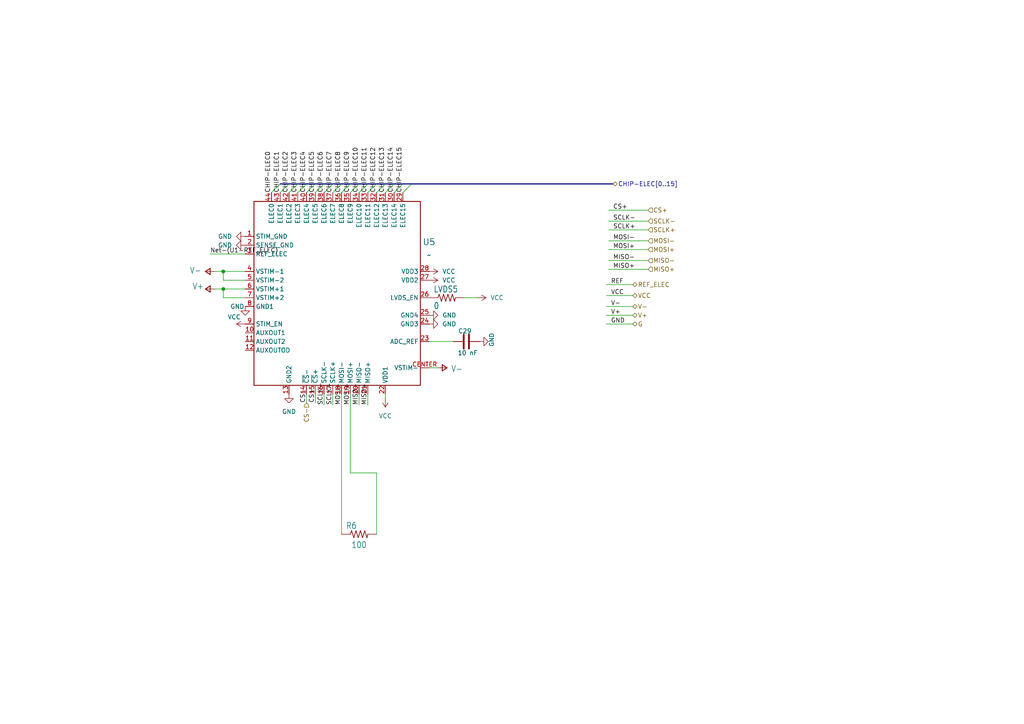
<source format=kicad_sch>
(kicad_sch (version 20250114) (generator "eeschema") (generator_version "9.0")
  (paper "A4")
  (lib_symbols
    (symbol "power:GND" (power) (pin_numbers (hide yes)) (pin_names (offset 0) (hide yes))
      (property "Value" "GND" (at 0 -3.81 0))
      (symbol "GND_0_1"
        (polyline (pts (xy 0 0) (xy 0 -1.27) (xy 1.27 -1.27) (xy 0 -2.54) (xy -1.27 -1.27) (xy 0 -1.27)))
      )
      (symbol "GND_1_1"
        (pin power_in line (at 0 0 270) (length 0) (name "~") (number "1"))
      )
    )
    (symbol "power:VCC" (power) (pin_numbers (hide yes)) (pin_names (offset 0) (hide yes))
      (property "Value" "VCC" (at 0 3.556 0))
      (symbol "VCC_0_1"
        (polyline (pts (xy -0.762 1.27) (xy 0 2.54)))
        (polyline (pts (xy 0 2.54) (xy 0.762 1.27)))
        (polyline (pts (xy 0 0) (xy 0 2.54)))
      )
      (symbol "VCC_1_1"
        (pin power_in line (at 0 0 90) (length 0) (name "~") (number "1"))
      )
    )
    (symbol "power:VDD" (power) (pin_numbers (hide yes)) (pin_names (offset 0) (hide yes))
      (property "Value" "VDD" (at 0 3.556 0))
      (symbol "VDD_0_1"
        (polyline (pts (xy -0.762 1.27) (xy 0 2.54)))
        (polyline (pts (xy 0 2.54) (xy 0.762 1.27)))
        (polyline (pts (xy 0 0) (xy 0 2.54)))
      )
      (symbol "VDD_1_1"
        (pin power_in line (at 0 0 90) (length 0) (name "~") (number "1"))
      )
    )
    (symbol "stim_headstage_16_PCB-eagle-import:R_0402"
      (property "Reference" "R" (at -3.81 1.4986 0))
      (symbol "R_0402_1_0"
        (polyline (pts (xy -2.54 0) (xy -2.159 1.016)) (stroke (width 0.2032)))
        (polyline (pts (xy -2.159 1.016) (xy -1.524 -1.016)) (stroke (width 0.2032)))
        (polyline (pts (xy -1.524 -1.016) (xy -0.889 1.016)) (stroke (width 0.2032)))
        (polyline (pts (xy -0.889 1.016) (xy -0.254 -1.016)) (stroke (width 0.2032)))
        (polyline (pts (xy -0.254 -1.016) (xy 0.381 1.016)) (stroke (width 0.2032)))
        (polyline (pts (xy 0.381 1.016) (xy 1.016 -1.016)) (stroke (width 0.2032)))
        (polyline (pts (xy 1.016 -1.016) (xy 1.651 1.016)) (stroke (width 0.2032)))
        (polyline (pts (xy 1.651 1.016) (xy 2.286 -1.016)) (stroke (width 0.2032)))
        (polyline (pts (xy 2.286 -1.016) (xy 2.54 0)) (stroke (width 0.2032)))
        (pin passive line (at -5.08 0 0) (length 2.54) (name "1") (number "1"))
        (pin passive line (at 5.08 0 180) (length 2.54) (name "2") (number "2"))
      )
    )
    (symbol "stim_headstage_16_PCB-eagle-import:V-" (power)
      (symbol "V-_1_0"
        (polyline (pts (xy -0.889 1.27) (xy 0 -0.127)) (stroke (width 0.254)))
        (polyline (pts (xy -0.889 1.27) (xy 0.889 1.27)) (stroke (width 0.254)))
        (polyline (pts (xy 0 -0.127) (xy 0.889 1.27)) (stroke (width 0.254)))
        (pin power_in line (at 0 2.54 270) (length 2.54) (name "V-") (number "1"))
      )
    )
    (symbol "symbol-lib:C" (pin_numbers (hide yes)) (pin_names (offset 0.254))
      (property "Reference" "C25" (at 3.048 -1.524 90))
      (property "Value" "10 nF" (at -3.302 -3.302 90))
      (symbol "C_0_1"
        (polyline (pts (xy -2.032 0.762) (xy 2.032 0.762)) (stroke (width 0.508)))
        (polyline (pts (xy -2.032 -0.762) (xy 2.032 -0.762)) (stroke (width 0.508)))
      )
      (symbol "C_1_1"
        (pin passive line (at 0 3.81 270) (length 2.794) (name "~") (number "1"))
        (pin passive line (at 0 -3.81 90) (length 2.794) (name "~") (number "2"))
      )
    )
    (symbol "symbol-lib:RHS2116_QFN"
      (property "Reference" "U1" (at 25.4 16.174 0))
      (property "Value" "~" (at 25.4 12.364 0))
      (symbol "RHS2116_QFN_1_0"
        (polyline (pts (xy -25.4 27.94) (xy 22.86 27.94)) (stroke (width 0.254)))
        (polyline (pts (xy -25.4 -25.4) (xy -25.4 27.94)) (stroke (width 0.254)))
        (polyline (pts (xy 22.86 27.94) (xy 22.86 -25.4)) (stroke (width 0.254)))
        (polyline (pts (xy 22.86 -25.4) (xy -25.4 -25.4)) (stroke (width 0.254)))
        (pin power_in line (at -27.94 17.78 0) (length 2.54) (name "STIM_GND") (number "1"))
        (pin power_in line (at -27.94 15.24 0) (length 2.54) (name "SENSE_GND") (number "2"))
        (pin input line (at -27.94 12.7 0) (length 2.54) (name "REF_ELEC") (number "3"))
        (pin power_in line (at -27.94 7.62 0) (length 2.54) (name "VSTIM-1") (number "4"))
        (pin power_in line (at -27.94 5.08 0) (length 2.54) (name "VSTIM-2") (number "5"))
        (pin power_in line (at -27.94 2.54 0) (length 2.54) (name "VSTIM+1") (number "6"))
        (pin power_in line (at -27.94 0 0) (length 2.54) (name "VSTIM+2") (number "7"))
        (pin power_in line (at -27.94 -2.54 0) (length 2.54) (name "GND1") (number "8"))
        (pin input line (at -27.94 -7.62 0) (length 2.54) (name "STIM_EN") (number "9"))
        (pin tri_state line (at -27.94 -10.16 0) (length 2.54) (name "AUXOUT1") (number "10"))
        (pin tri_state line (at -27.94 -12.7 0) (length 2.54) (name "AUXOUT2") (number "11"))
        (pin open_collector line (at -27.94 -15.24 0) (length 2.54) (name "AUXOUTOD") (number "12"))
        (pin bidirectional line (at -20.32 30.48 270) (length 2.54) (name "ELEC0") (number "44"))
        (pin bidirectional line (at -17.78 30.48 270) (length 2.54) (name "ELEC1") (number "43"))
        (pin bidirectional line (at -15.24 30.48 270) (length 2.54) (name "ELEC2") (number "42"))
        (pin power_in line (at -15.24 -27.94 90) (length 2.54) (name "GND2") (number "13"))
        (pin bidirectional line (at -12.7 30.48 270) (length 2.54) (name "ELEC3") (number "41"))
        (pin bidirectional line (at -10.16 30.48 270) (length 2.54) (name "ELEC4") (number "40"))
        (pin input line (at -10.16 -27.94 90) (length 2.54) (name "~{CS}-") (number "14"))
        (pin bidirectional line (at -7.62 30.48 270) (length 2.54) (name "ELEC5") (number "39"))
        (pin input line (at -7.62 -27.94 90) (length 2.54) (name "~{CS}+") (number "15"))
        (pin bidirectional line (at -5.08 30.48 270) (length 2.54) (name "ELEC6") (number "38"))
        (pin input line (at -5.08 -27.94 90) (length 2.54) (name "SCLK-") (number "16"))
        (pin bidirectional line (at -2.54 30.48 270) (length 2.54) (name "ELEC7") (number "37"))
        (pin input line (at -2.54 -27.94 90) (length 2.54) (name "SCLK+") (number "17"))
        (pin bidirectional line (at 0 30.48 270) (length 2.54) (name "ELEC8") (number "36"))
        (pin input line (at 0 -27.94 90) (length 2.54) (name "MOSI-") (number "18"))
        (pin bidirectional line (at 2.54 30.48 270) (length 2.54) (name "ELEC9") (number "35"))
        (pin input line (at 2.54 -27.94 90) (length 2.54) (name "MOSI+") (number "19"))
        (pin bidirectional line (at 5.08 30.48 270) (length 2.54) (name "ELEC10") (number "34"))
        (pin output line (at 5.08 -27.94 90) (length 2.54) (name "MISO-") (number "20"))
        (pin bidirectional line (at 7.62 30.48 270) (length 2.54) (name "ELEC11") (number "33"))
        (pin output line (at 7.62 -27.94 90) (length 2.54) (name "MISO+") (number "21"))
        (pin bidirectional line (at 10.16 30.48 270) (length 2.54) (name "ELEC12") (number "32"))
        (pin bidirectional line (at 12.7 30.48 270) (length 2.54) (name "ELEC13") (number "31"))
        (pin power_in line (at 12.7 -27.94 90) (length 2.54) (name "VDD1") (number "22"))
        (pin bidirectional line (at 15.24 30.48 270) (length 2.54) (name "ELEC14") (number "30"))
        (pin bidirectional line (at 17.78 30.48 270) (length 2.54) (name "ELEC15") (number "29"))
        (pin power_in line (at 25.4 7.62 180) (length 2.54) (name "VDD3") (number "28"))
        (pin power_in line (at 25.4 5.08 180) (length 2.54) (name "VDD2") (number "27"))
        (pin input line (at 25.4 0 180) (length 2.54) (name "LVDS_EN") (number "26"))
        (pin power_in line (at 25.4 -5.08 180) (length 2.54) (name "GND4") (number "25"))
        (pin power_in line (at 25.4 -7.62 180) (length 2.54) (name "GND3") (number "24"))
        (pin passive line (at 25.4 -12.7 180) (length 2.54) (name "ADC_REF") (number "23"))
        (pin power_in line (at 25.4 -20.32 180) (length 2.54) (name "VSTIM-") (number "CENTER"))
      )
    )
    (symbol "symbol-lib:R_0402"
      (property "Reference" "R2" (at -3.81 1.4986 0))
      (property "Value" "100" (at -2.286 -4.064 0))
      (symbol "R_0402_1_0"
        (polyline (pts (xy -2.54 0) (xy -2.159 1.016)) (stroke (width 0.2032)))
        (polyline (pts (xy -2.159 1.016) (xy -1.524 -1.016)) (stroke (width 0.2032)))
        (polyline (pts (xy -1.524 -1.016) (xy -0.889 1.016)) (stroke (width 0.2032)))
        (polyline (pts (xy -0.889 1.016) (xy -0.254 -1.016)) (stroke (width 0.2032)))
        (polyline (pts (xy -0.254 -1.016) (xy 0.381 1.016)) (stroke (width 0.2032)))
        (polyline (pts (xy 0.381 1.016) (xy 1.016 -1.016)) (stroke (width 0.2032)))
        (polyline (pts (xy 1.016 -1.016) (xy 1.651 1.016)) (stroke (width 0.2032)))
        (polyline (pts (xy 1.651 1.016) (xy 2.286 -1.016)) (stroke (width 0.2032)))
        (polyline (pts (xy 2.286 -1.016) (xy 2.54 0)) (stroke (width 0.2032)))
        (pin passive line (at -5.08 0 0) (length 2.54) (name "1") (number "1"))
        (pin passive line (at 5.08 0 180) (length 2.54) (name "2") (number "2"))
      )
    )
  )
  (junction (at 64.77 78.74))
  (junction (at 64.77 83.82))
  (bus_entry (at 96.52 53.34) (size -2.54 2.54))
  (bus_entry (at 116.84 53.34) (size -2.54 2.54))
  (bus_entry (at 109.22 53.34) (size -2.54 2.54))
  (bus_entry (at 104.14 53.34) (size -2.54 2.54))
  (bus_entry (at 114.3 53.34) (size -2.54 2.54))
  (bus_entry (at 88.9 53.34) (size -2.54 2.54))
  (bus_entry (at 119.38 53.34) (size -2.54 2.54))
  (bus_entry (at 93.98 53.34) (size -2.54 2.54))
  (bus_entry (at 101.6 53.34) (size -2.54 2.54))
  (bus_entry (at 83.82 53.34) (size -2.54 2.54))
  (bus_entry (at 91.44 53.34) (size -2.54 2.54))
  (bus_entry (at 99.06 53.34) (size -2.54 2.54))
  (bus_entry (at 81.28 53.34) (size -2.54 2.54))
  (bus_entry (at 106.68 53.34) (size -2.54 2.54))
  (bus_entry (at 111.76 53.34) (size -2.54 2.54))
  (bus_entry (at 86.36 53.34) (size -2.54 2.54))
  (wire (pts (xy 106.68 114.3) (xy 106.68 117.475)))
  (wire (pts (xy 93.98 114.3) (xy 93.98 117.475)))
  (wire (pts (xy 134.62 86.36) (xy 138.43 86.36)))
  (bus (pts (xy 91.44 53.34) (xy 93.98 53.34)))
  (wire (pts (xy 99.06 114.3) (xy 99.06 154.94)))
  (wire (pts (xy 62.23 78.74) (xy 64.77 78.74)))
  (wire (pts (xy 64.77 81.28) (xy 64.77 78.74)))
  (wire (pts (xy 175.895 93.98) (xy 183.515 93.98)))
  (wire (pts (xy 175.895 91.44) (xy 183.515 91.44)))
  (wire (pts (xy 176.53 72.39) (xy 187.96 72.39)))
  (wire (pts (xy 71.12 81.28) (xy 64.77 81.28)))
  (wire (pts (xy 175.895 82.55) (xy 183.515 82.55)))
  (bus (pts (xy 101.6 53.34) (xy 104.14 53.34)))
  (bus (pts (xy 93.98 53.34) (xy 96.52 53.34)))
  (wire (pts (xy 111.76 114.3) (xy 111.76 115.57)))
  (bus (pts (xy 83.82 53.34) (xy 86.36 53.34)))
  (wire (pts (xy 176.53 75.565) (xy 187.96 75.565)))
  (wire (pts (xy 104.14 114.3) (xy 104.14 117.475)))
  (wire (pts (xy 109.22 137.16) (xy 109.22 154.94)))
  (wire (pts (xy 175.895 88.9) (xy 183.515 88.9)))
  (bus (pts (xy 114.3 53.34) (xy 116.84 53.34)))
  (wire (pts (xy 64.77 83.82) (xy 71.12 83.82)))
  (bus (pts (xy 116.84 53.34) (xy 119.38 53.34)))
  (wire (pts (xy 176.53 60.96) (xy 187.96 60.96)))
  (bus (pts (xy 96.52 53.34) (xy 99.06 53.34)))
  (bus (pts (xy 106.68 53.34) (xy 109.22 53.34)))
  (wire (pts (xy 71.12 73.66) (xy 60.96 73.66)))
  (wire (pts (xy 176.53 78.105) (xy 187.96 78.105)))
  (wire (pts (xy 91.44 114.3) (xy 91.44 116.84)))
  (bus (pts (xy 104.14 53.34) (xy 106.68 53.34)))
  (wire (pts (xy 101.6 114.3) (xy 101.6 137.16)))
  (wire (pts (xy 96.52 114.3) (xy 96.52 117.475)))
  (wire (pts (xy 109.22 137.16) (xy 101.6 137.16)))
  (wire (pts (xy 175.895 85.725) (xy 183.515 85.725)))
  (wire (pts (xy 71.12 86.36) (xy 64.77 86.36)))
  (bus (pts (xy 81.28 53.34) (xy 83.82 53.34)))
  (wire (pts (xy 127 106.68) (xy 124.46 106.68)))
  (wire (pts (xy 124.46 99.06) (xy 131.445 99.06)))
  (bus (pts (xy 99.06 53.34) (xy 101.6 53.34)))
  (bus (pts (xy 86.36 53.34) (xy 88.9 53.34)))
  (bus (pts (xy 119.38 53.34) (xy 177.8 53.34)))
  (wire (pts (xy 64.77 78.74) (xy 71.12 78.74)))
  (wire (pts (xy 88.9 114.3) (xy 88.9 116.84)))
  (wire (pts (xy 176.53 69.85) (xy 187.96 69.85)))
  (bus (pts (xy 88.9 53.34) (xy 91.44 53.34)))
  (bus (pts (xy 109.22 53.34) (xy 111.76 53.34)))
  (wire (pts (xy 62.23 83.82) (xy 64.77 83.82)))
  (bus (pts (xy 111.76 53.34) (xy 114.3 53.34)))
  (wire (pts (xy 176.53 66.675) (xy 187.96 66.675)))
  (wire (pts (xy 176.53 64.135) (xy 187.96 64.135)))
  (wire (pts (xy 64.77 86.36) (xy 64.77 83.82)))
  (label "CHIP-ELEC2" (at 83.82 55.88 90))
  (label "Net-(U1-REF_ELEC)" (at 60.96 73.66 0))
  (label "SCLK-" (at 93.98 117.475 90))
  (label "CHIP-ELEC0" (at 78.74 55.88 90))
  (label "CHIP-ELEC9" (at 101.6 55.88 90))
  (label "V-" (at 177.165 88.9 0))
  (label "CHIP-ELEC7" (at 96.52 55.88 90))
  (label "CHIP-ELEC14" (at 114.3 55.88 90))
  (label "V+" (at 177.165 91.44 0))
  (label "CHIP-ELEC1" (at 81.28 55.88 90))
  (label "CHIP-ELEC11" (at 106.68 55.88 90))
  (label "MOSI-" (at 99.06 117.475 90))
  (label "MOSI-" (at 177.8 69.85 0))
  (label "CHIP-ELEC12" (at 109.22 55.88 90))
  (label "GND" (at 177.165 93.98 0))
  (label "MISO+" (at 177.8 78.105 0))
  (label "REF" (at 177.165 82.55 0))
  (label "CHIP-ELEC3" (at 86.36 55.88 90))
  (label "CHIP-ELEC5" (at 91.44 55.88 90))
  (label "VCC" (at 177.165 85.725 0))
  (label "MISO-" (at 177.8 75.565 0))
  (label "CHIP-ELEC15" (at 116.84 55.88 90))
  (label "CS+" (at 91.44 116.84 90))
  (label "MISO-" (at 104.14 117.475 90))
  (label "SCLK+" (at 96.52 117.475 90))
  (label "CHIP-ELEC10" (at 104.14 55.88 90))
  (label "SCLK-" (at 177.8 64.135 0))
  (label "CHIP-ELEC6" (at 93.98 55.88 90))
  (label "CHIP-ELEC13" (at 111.76 55.88 90))
  (label "CHIP-ELEC8" (at 99.06 55.88 90))
  (label "MOSI+" (at 101.6 117.475 90))
  (label "CHIP-ELEC4" (at 88.9 55.88 90))
  (label "SCLK+" (at 177.8 66.675 0))
  (label "MOSI+" (at 177.8 72.39 0))
  (label "CS+" (at 177.8 60.96 0))
  (label "MISO+" (at 106.68 117.475 90))
  (label "CS-" (at 88.9 116.84 90))
  (hierarchical_label "MISO-" (shape input) (at 187.96 75.565 0))
  (hierarchical_label "CS+" (shape input) (at 187.96 60.96 0))
  (hierarchical_label "MOSI+" (shape input) (at 187.96 72.39 0))
  (hierarchical_label "CS-" (shape input) (at 88.9 116.84 270))
  (hierarchical_label "MOSI-" (shape input) (at 187.96 69.85 0))
  (hierarchical_label "SCLK-" (shape input) (at 187.96 64.135 0))
  (hierarchical_label "V+" (shape bidirectional) (at 183.515 91.44 0))
  (hierarchical_label "G" (shape bidirectional) (at 183.515 93.98 0))
  (hierarchical_label "CHIP-ELEC[0..15]" (shape bidirectional) (at 177.8 53.34 0))
  (hierarchical_label "VCC" (shape bidirectional) (at 183.515 85.725 0))
  (hierarchical_label "MISO+" (shape input) (at 187.96 78.105 0))
  (hierarchical_label "SCLK+" (shape input) (at 187.96 66.675 0))
  (hierarchical_label "V-" (shape bidirectional) (at 183.515 88.9 0))
  (hierarchical_label "REF_ELEC" (shape bidirectional) (at 183.515 82.55 0))
  (symbol (lib_id "power:GND") (at 139.065 99.06 90) (unit 1)
    (property "Reference" "#PWR080" (effects (hide yes)))
    (property "Value" "GND" (at 142.621 98.552 0))
    (property "Description" "Power symbol creates a global label with name \"GND\" , ground" (effects (hide yes)))
    (instances (project "IRIS128S" (path "" (reference "#PWR0142") (unit 1)) (path "" (reference "#PWR0130") (unit 1)) (path "" (reference "#PWR0166") (unit 1)) (path "" (reference "#PWR0118") (unit 1)) (path "" (reference "#PWR080") (unit 1)) (path "" (reference "#PWR0154") (unit 1)) (path "" (reference "#PWR0177") (unit 1)) (path "" (reference "#PWR0106") (unit 1))))
  )
  (symbol (lib_id "stim_headstage_16_PCB-eagle-import:V-") (at 59.69 83.82 270) (unit 1)
    (property "Reference" "#P-036" (effects (hide yes)))
    (property "Value" "V+" (at 59.182 82.042 90) (effects (font (size 1.778 1.5113)) (justify right top)))
    (instances (project "IRIS128S" (path "" (reference "#P-0112") (unit 1)) (path "" (reference "#P-0109") (unit 1)) (path "" (reference "#P-0118") (unit 1)) (path "" (reference "#P-0106") (unit 1)) (path "" (reference "#P-036") (unit 1)) (path "" (reference "#P-0115") (unit 1)) (path "" (reference "#P-0121") (unit 1)) (path "" (reference "#P-0103") (unit 1))))
  )
  (symbol (lib_id "symbol-lib:RHS2116_QFN") (at 99.06 86.36 0) (unit 1)
    (property "Reference" "U1" (at 124.46 70.186 0) (effects (font (size 1.778 1.778))))
    (property "Value" "~" (at 124.46 73.996 0) (effects (font (size 1.778 1.778))))
    (property "Footprint" "RHS2000:QFN44_7_X_7" (effects (hide yes)))
    (property "Description" "Intan Technologies RHS2116 chip" (effects (hide yes)))
    (instances (project "IRIS128S" (path "" (reference "U5") (unit 1)) (path "" (reference "U4") (unit 1)) (path "" (reference "U8") (unit 1)) (path "" (reference "U3") (unit 1)) (path "" (reference "U1") (unit 1)) (path "" (reference "U6") (unit 1)) (path "" (reference "U7") (unit 1)) (path "" (reference "U2") (unit 1))))
  )
  (symbol (lib_id "power:GND") (at 71.12 71.12 270) (unit 1)
    (property "Reference" "#PWR070" (effects (hide yes)))
    (property "Value" "GND" (at 67.31 71.1199 90) (effects (justify right)))
    (property "Description" "Power symbol creates a global label with name \"GND\" , ground" (effects (hide yes)))
    (instances (project "IRIS128S" (path "" (reference "#PWR0139") (unit 1)) (path "" (reference "#PWR0127") (unit 1)) (path "" (reference "#PWR0163") (unit 1)) (path "" (reference "#PWR0115") (unit 1)) (path "" (reference "#PWR070") (unit 1)) (path "" (reference "#PWR0151") (unit 1)) (path "" (reference "#PWR0174") (unit 1)) (path "" (reference "#PWR0103") (unit 1))))
  )
  (symbol (lib_id "power:GND") (at 71.12 68.58 270) (unit 1)
    (property "Reference" "#PWR069" (effects (hide yes)))
    (property "Value" "GND" (at 67.31 68.5799 90) (effects (justify right)))
    (property "Description" "Power symbol creates a global label with name \"GND\" , ground" (effects (hide yes)))
    (instances (project "IRIS128S" (path "" (reference "#PWR0138") (unit 1)) (path "" (reference "#PWR0126") (unit 1)) (path "" (reference "#PWR0162") (unit 1)) (path "" (reference "#PWR0114") (unit 1)) (path "" (reference "#PWR069") (unit 1)) (path "" (reference "#PWR0150") (unit 1)) (path "" (reference "#PWR0173") (unit 1)) (path "" (reference "#PWR0102") (unit 1))))
  )
  (symbol (lib_id "power:VCC") (at 111.76 115.57 180) (unit 1)
    (property "Reference" "#PWR074" (effects (hide yes)))
    (property "Value" "VCC" (at 111.76 120.65 0))
    (property "Description" "Power symbol creates a global label with name \"VCC\"" (effects (hide yes)))
    (instances (project "IRIS128S" (path "" (reference "#PWR0147") (unit 1)) (path "" (reference "#PWR0135") (unit 1)) (path "" (reference "#PWR0171") (unit 1)) (path "" (reference "#PWR0123") (unit 1)) (path "" (reference "#PWR074") (unit 1)) (path "" (reference "#PWR0159") (unit 1)) (path "" (reference "#PWR0183") (unit 1)) (path "" (reference "#PWR0111") (unit 1))))
  )
  (symbol (lib_id "power:GND") (at 124.46 93.98 90) (unit 1)
    (property "Reference" "#PWR078" (effects (hide yes)))
    (property "Value" "GND" (at 128.27 93.9799 90) (effects (justify right)))
    (property "Description" "Power symbol creates a global label with name \"GND\" , ground" (effects (hide yes)))
    (instances (project "IRIS128S" (path "" (reference "#PWR0141") (unit 1)) (path "" (reference "#PWR0129") (unit 1)) (path "" (reference "#PWR0165") (unit 1)) (path "" (reference "#PWR0117") (unit 1)) (path "" (reference "#PWR078") (unit 1)) (path "" (reference "#PWR0153") (unit 1)) (path "" (reference "#PWR0178") (unit 1)) (path "" (reference "#PWR0105") (unit 1))))
  )
  (symbol (lib_id "power:VCC") (at 124.46 81.28 270) (unit 1)
    (property "Reference" "#PWR076" (effects (hide yes)))
    (property "Value" "VCC" (at 128.27 81.2799 90) (effects (justify left)))
    (property "Description" "Power symbol creates a global label with name \"VCC\"" (effects (hide yes)))
    (instances (project "IRIS128S" (path "" (reference "#PWR0144") (unit 1)) (path "" (reference "#PWR0132") (unit 1)) (path "" (reference "#PWR0168") (unit 1)) (path "" (reference "#PWR0120") (unit 1)) (path "" (reference "#PWR076") (unit 1)) (path "" (reference "#PWR0156") (unit 1)) (path "" (reference "#PWR0179") (unit 1)) (path "" (reference "#PWR0108") (unit 1))))
  )
  (symbol (lib_id "stim_headstage_16_PCB-eagle-import:V-") (at 59.69 78.74 270) (unit 1)
    (property "Reference" "#P-035" (effects (hide yes)))
    (property "Value" "V-" (at 58.42 77.47 90) (effects (font (size 1.778 1.5113)) (justify right top)))
    (instances (project "IRIS128S" (path "" (reference "#P-0111") (unit 1)) (path "" (reference "#P-0108") (unit 1)) (path "" (reference "#P-0117") (unit 1)) (path "" (reference "#P-0105") (unit 1)) (path "" (reference "#P-035") (unit 1)) (path "" (reference "#P-0114") (unit 1)) (path "" (reference "#P-0120") (unit 1)) (path "" (reference "#P-0102") (unit 1))))
  )
  (symbol (lib_id "stim_headstage_16_PCB-eagle-import:V-") (at 129.54 106.68 90) (unit 1)
    (property "Reference" "#P-037" (effects (hide yes)))
    (property "Value" "V-" (at 130.81 107.95 90) (effects (font (size 1.778 1.5113)) (justify right top)))
    (instances (project "IRIS128S" (path "" (reference "#P-0110") (unit 1)) (path "" (reference "#P-0107") (unit 1)) (path "" (reference "#P-0116") (unit 1)) (path "" (reference "#P-0104") (unit 1)) (path "" (reference "#P-037") (unit 1)) (path "" (reference "#P-0113") (unit 1)) (path "" (reference "#P-0119") (unit 1)) (path "" (reference "#P-0101") (unit 1))))
  )
  (symbol (lib_id "power:VDD") (at 71.12 93.98 90) (unit 1)
    (property "Reference" "#PWR072" (effects (hide yes)))
    (property "Value" "VCC" (at 69.85 91.948 90) (effects (justify left)))
    (property "Description" "Power symbol creates a global label with name \"VDD\"" (effects (hide yes)))
    (instances (project "IRIS128S" (path "" (reference "#PWR0137") (unit 1)) (path "" (reference "#PWR0125") (unit 1)) (path "" (reference "#PWR0161") (unit 1)) (path "" (reference "#PWR0113") (unit 1)) (path "" (reference "#PWR072") (unit 1)) (path "" (reference "#PWR0149") (unit 1)) (path "" (reference "#PWR0175") (unit 1)) (path "" (reference "#PWR0101") (unit 1))))
  )
  (symbol (lib_id "symbol-lib:C") (at 135.255 99.06 90) (unit 1)
    (property "Reference" "C25" (at 136.779 96.012 90) (effects (justify left)))
    (property "Value" "10 nF" (at 138.557 102.362 90) (effects (justify left)))
    (property "Footprint" "Capacitor_SMD:C_0201_0603Metric" (effects (hide yes)))
    (property "Description" "Unpolarized capacitor" (effects (hide yes)))
    (instances (project "IRIS128S" (path "" (reference "C29") (unit 1)) (path "" (reference "C28") (unit 1)) (path "" (reference "C32") (unit 1)) (path "" (reference "C27") (unit 1)) (path "" (reference "C25") (unit 1)) (path "" (reference "C30") (unit 1)) (path "" (reference "C31") (unit 1)) (path "" (reference "C26") (unit 1))))
  )
  (symbol (lib_id "power:GND") (at 124.46 91.44 90) (unit 1)
    (property "Reference" "#PWR077" (effects (hide yes)))
    (property "Value" "GND" (at 128.27 91.4399 90) (effects (justify right)))
    (property "Description" "Power symbol creates a global label with name \"GND\" , ground" (effects (hide yes)))
    (instances (project "IRIS128S" (path "" (reference "#PWR0143") (unit 1)) (path "" (reference "#PWR0131") (unit 1)) (path "" (reference "#PWR0167") (unit 1)) (path "" (reference "#PWR0119") (unit 1)) (path "" (reference "#PWR077") (unit 1)) (path "" (reference "#PWR0155") (unit 1)) (path "" (reference "#PWR0181") (unit 1)) (path "" (reference "#PWR0107") (unit 1))))
  )
  (symbol (lib_id "power:VCC") (at 124.46 78.74 270) (unit 1)
    (property "Reference" "#PWR075" (effects (hide yes)))
    (property "Value" "VCC" (at 128.27 78.7399 90) (effects (justify left)))
    (property "Description" "Power symbol creates a global label with name \"VCC\"" (effects (hide yes)))
    (instances (project "IRIS128S" (path "" (reference "#PWR0145") (unit 1)) (path "" (reference "#PWR0133") (unit 1)) (path "" (reference "#PWR0169") (unit 1)) (path "" (reference "#PWR0121") (unit 1)) (path "" (reference "#PWR075") (unit 1)) (path "" (reference "#PWR0157") (unit 1)) (path "" (reference "#PWR0180") (unit 1)) (path "" (reference "#PWR0109") (unit 1))))
  )
  (symbol (lib_id "power:GND") (at 83.82 114.3 0) (unit 1)
    (property "Reference" "#PWR073" (effects (hide yes)))
    (property "Value" "GND" (at 83.82 119.38 0))
    (property "Description" "Power symbol creates a global label with name \"GND\" , ground" (effects (hide yes)))
    (instances (project "IRIS128S" (path "" (reference "#PWR0148") (unit 1)) (path "" (reference "#PWR0136") (unit 1)) (path "" (reference "#PWR0172") (unit 1)) (path "" (reference "#PWR0124") (unit 1)) (path "" (reference "#PWR073") (unit 1)) (path "" (reference "#PWR0160") (unit 1)) (path "" (reference "#PWR0184") (unit 1)) (path "" (reference "#PWR0112") (unit 1))))
  )
  (symbol (lib_id "symbol-lib:R_0402") (at 129.54 86.36 0) (unit 1)
    (property "Reference" "LVDS1" (at 125.73 84.8614 0) (effects (font (size 1.778 1.5113)) (justify left bottom)))
    (property "Value" "0" (at 125.73 89.662 0) (effects (font (size 1.778 1.5113)) (justify left bottom)))
    (property "Footprint" "Resistor_SMD:R_0201_0603Metric" (effects (hide yes)))
    (instances (project "IRIS128S" (path "" (reference "LVDS5") (unit 1)) (path "" (reference "LVDS4") (unit 1)) (path "" (reference "LVDS8") (unit 1)) (path "" (reference "LVDS3") (unit 1)) (path "" (reference "LVDS1") (unit 1)) (path "" (reference "LVDS6") (unit 1)) (path "" (reference "LVDS7") (unit 1)) (path "" (reference "LVDS2") (unit 1))))
  )
  (symbol (lib_id "power:GND") (at 71.12 88.9 0) (unit 1)
    (property "Reference" "#PWR071" (effects (hide yes)))
    (property "Value" "GND" (at 68.834 88.9 0))
    (property "Description" "Power symbol creates a global label with name \"GND\" , ground" (effects (hide yes)))
    (instances (project "IRIS128S" (path "" (reference "#PWR0140") (unit 1)) (path "" (reference "#PWR0128") (unit 1)) (path "" (reference "#PWR0164") (unit 1)) (path "" (reference "#PWR0116") (unit 1)) (path "" (reference "#PWR071") (unit 1)) (path "" (reference "#PWR0152") (unit 1)) (path "" (reference "#PWR0176") (unit 1)) (path "" (reference "#PWR0104") (unit 1))))
  )
  (symbol (lib_id "power:VCC") (at 138.43 86.36 270) (unit 1)
    (property "Reference" "#PWR079" (effects (hide yes)))
    (property "Value" "VCC" (at 142.24 86.3599 90) (effects (justify left)))
    (property "Description" "Power symbol creates a global label with name \"VCC\"" (effects (hide yes)))
    (instances (project "IRIS128S" (path "" (reference "#PWR0146") (unit 1)) (path "" (reference "#PWR0134") (unit 1)) (path "" (reference "#PWR0170") (unit 1)) (path "" (reference "#PWR0122") (unit 1)) (path "" (reference "#PWR079") (unit 1)) (path "" (reference "#PWR0158") (unit 1)) (path "" (reference "#PWR0182") (unit 1)) (path "" (reference "#PWR0110") (unit 1))))
  )
  (symbol (lib_id "stim_headstage_16_PCB-eagle-import:R_0402") (at 104.14 154.94 0) (unit 1)
    (property "Reference" "R2" (at 100.33 153.4414 0) (effects (font (size 1.778 1.5113)) (justify left bottom)))
    (property "Value" "100" (at 101.854 159.004 0) (effects (font (size 1.778 1.5113)) (justify left bottom)))
    (property "Footprint" "fp-lib:R_0201_0603Metric" (effects (hide yes)))
    (instances (project "IRIS128S" (path "" (reference "R6") (unit 1)) (path "" (reference "R5") (unit 1)) (path "" (reference "R9") (unit 1)) (path "" (reference "R4") (unit 1)) (path "" (reference "R2") (unit 1)) (path "" (reference "R7") (unit 1)) (path "" (reference "R8") (unit 1)) (path "" (reference "R3") (unit 1))))
  )
)
</source>
